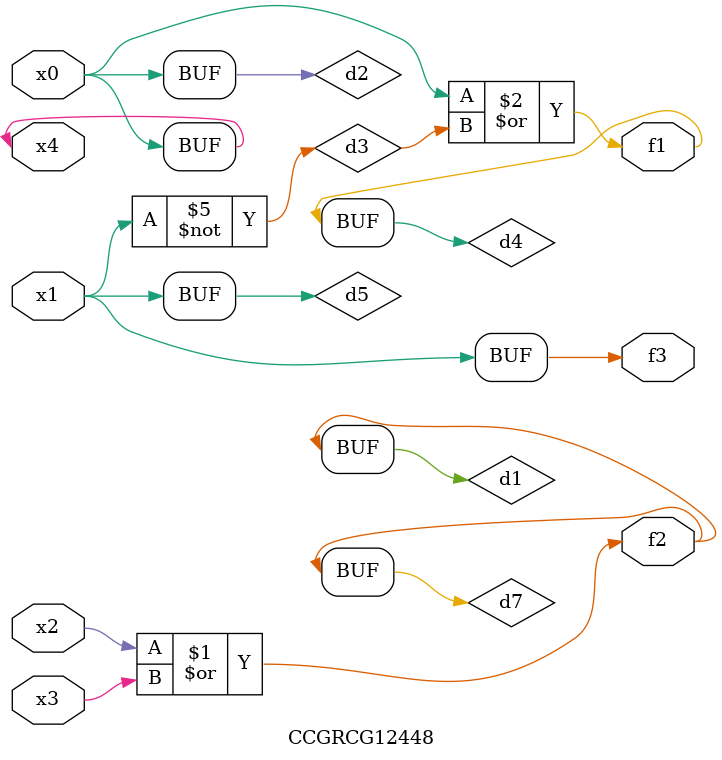
<source format=v>
module CCGRCG12448(
	input x0, x1, x2, x3, x4,
	output f1, f2, f3
);

	wire d1, d2, d3, d4, d5, d6, d7;

	or (d1, x2, x3);
	buf (d2, x0, x4);
	not (d3, x1);
	or (d4, d2, d3);
	not (d5, d3);
	nand (d6, d1, d3);
	or (d7, d1);
	assign f1 = d4;
	assign f2 = d7;
	assign f3 = d5;
endmodule

</source>
